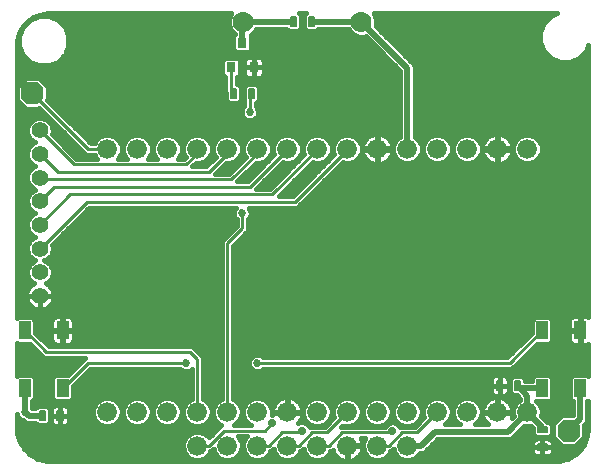
<source format=gtl>
G75*
%MOIN*%
%OFA0B0*%
%FSLAX25Y25*%
%IPPOS*%
%LPD*%
%AMOC8*
5,1,8,0,0,1.08239X$1,22.5*
%
%ADD10C,0.00591*%
%ADD11C,0.06600*%
%ADD12C,0.07000*%
%ADD13R,0.03150X0.03543*%
%ADD14OC8,0.07600*%
%ADD15C,0.05600*%
%ADD16R,0.03937X0.05906*%
%ADD17C,0.01600*%
%ADD18C,0.02700*%
%ADD19C,0.01000*%
%ADD20C,0.02778*%
%ADD21C,0.02000*%
D10*
X0025857Y0026726D02*
X0027629Y0026726D01*
X0027629Y0023774D01*
X0025857Y0023774D01*
X0025857Y0026726D01*
X0025857Y0024364D02*
X0027629Y0024364D01*
X0027629Y0024954D02*
X0025857Y0024954D01*
X0025857Y0025544D02*
X0027629Y0025544D01*
X0027629Y0026134D02*
X0025857Y0026134D01*
X0025857Y0026724D02*
X0027629Y0026724D01*
X0031762Y0026726D02*
X0033534Y0026726D01*
X0033534Y0023774D01*
X0031762Y0023774D01*
X0031762Y0026726D01*
X0031762Y0024364D02*
X0033534Y0024364D01*
X0033534Y0024954D02*
X0031762Y0024954D01*
X0031762Y0025544D02*
X0033534Y0025544D01*
X0033534Y0026134D02*
X0031762Y0026134D01*
X0031762Y0026724D02*
X0033534Y0026724D01*
X0089607Y0131274D02*
X0091379Y0131274D01*
X0089607Y0131274D02*
X0089607Y0134226D01*
X0091379Y0134226D01*
X0091379Y0131274D01*
X0091379Y0131864D02*
X0089607Y0131864D01*
X0089607Y0132454D02*
X0091379Y0132454D01*
X0091379Y0133044D02*
X0089607Y0133044D01*
X0089607Y0133634D02*
X0091379Y0133634D01*
X0091379Y0134224D02*
X0089607Y0134224D01*
X0095512Y0131274D02*
X0097284Y0131274D01*
X0095512Y0131274D02*
X0095512Y0134226D01*
X0097284Y0134226D01*
X0097284Y0131274D01*
X0097284Y0131864D02*
X0095512Y0131864D01*
X0095512Y0132454D02*
X0097284Y0132454D01*
X0097284Y0133044D02*
X0095512Y0133044D01*
X0095512Y0133634D02*
X0097284Y0133634D01*
X0097284Y0134224D02*
X0095512Y0134224D01*
X0109607Y0155024D02*
X0111379Y0155024D01*
X0109607Y0155024D02*
X0109607Y0157976D01*
X0111379Y0157976D01*
X0111379Y0155024D01*
X0111379Y0155614D02*
X0109607Y0155614D01*
X0109607Y0156204D02*
X0111379Y0156204D01*
X0111379Y0156794D02*
X0109607Y0156794D01*
X0109607Y0157384D02*
X0111379Y0157384D01*
X0111379Y0157974D02*
X0109607Y0157974D01*
X0115512Y0155024D02*
X0117284Y0155024D01*
X0115512Y0155024D02*
X0115512Y0157976D01*
X0117284Y0157976D01*
X0117284Y0155024D01*
X0117284Y0155614D02*
X0115512Y0155614D01*
X0115512Y0156204D02*
X0117284Y0156204D01*
X0117284Y0156794D02*
X0115512Y0156794D01*
X0115512Y0157384D02*
X0117284Y0157384D01*
X0117284Y0157974D02*
X0115512Y0157974D01*
X0178357Y0033774D02*
X0180129Y0033774D01*
X0178357Y0033774D02*
X0178357Y0036726D01*
X0180129Y0036726D01*
X0180129Y0033774D01*
X0180129Y0034364D02*
X0178357Y0034364D01*
X0178357Y0034954D02*
X0180129Y0034954D01*
X0180129Y0035544D02*
X0178357Y0035544D01*
X0178357Y0036134D02*
X0180129Y0036134D01*
X0180129Y0036724D02*
X0178357Y0036724D01*
X0184262Y0033774D02*
X0186034Y0033774D01*
X0184262Y0033774D02*
X0184262Y0036726D01*
X0186034Y0036726D01*
X0186034Y0033774D01*
X0186034Y0034364D02*
X0184262Y0034364D01*
X0184262Y0034954D02*
X0186034Y0034954D01*
X0186034Y0035544D02*
X0184262Y0035544D01*
X0184262Y0036134D02*
X0186034Y0036134D01*
X0186034Y0036724D02*
X0184262Y0036724D01*
X0194922Y0021589D02*
X0194922Y0019817D01*
X0191970Y0019817D01*
X0191970Y0021589D01*
X0194922Y0021589D01*
X0194922Y0020407D02*
X0191970Y0020407D01*
X0191970Y0020997D02*
X0194922Y0020997D01*
X0194922Y0021587D02*
X0191970Y0021587D01*
X0194922Y0015683D02*
X0194922Y0013911D01*
X0191970Y0013911D01*
X0191970Y0015683D01*
X0194922Y0015683D01*
X0194922Y0014501D02*
X0191970Y0014501D01*
X0191970Y0015091D02*
X0194922Y0015091D01*
X0194922Y0015681D02*
X0191970Y0015681D01*
D11*
X0188446Y0026352D03*
X0178446Y0026352D03*
X0168446Y0026352D03*
X0158446Y0026352D03*
X0148446Y0026352D03*
X0148446Y0015250D03*
X0138446Y0015250D03*
X0128446Y0015250D03*
X0118446Y0015250D03*
X0118446Y0026352D03*
X0128446Y0026352D03*
X0138446Y0026352D03*
X0108446Y0026352D03*
X0098446Y0026352D03*
X0098446Y0015250D03*
X0108446Y0015250D03*
X0088446Y0015250D03*
X0078446Y0015250D03*
X0078446Y0026352D03*
X0088446Y0026352D03*
X0068446Y0026352D03*
X0058446Y0026352D03*
X0048446Y0026352D03*
X0048446Y0114148D03*
X0058446Y0114148D03*
X0068446Y0114148D03*
X0078446Y0114148D03*
X0088446Y0114148D03*
X0098446Y0114148D03*
X0108446Y0114148D03*
X0118446Y0114148D03*
X0128446Y0114148D03*
X0138446Y0114148D03*
X0148446Y0114148D03*
X0158446Y0114148D03*
X0168446Y0114148D03*
X0178446Y0114148D03*
X0188446Y0114148D03*
D12*
X0133131Y0156500D03*
X0093761Y0156500D03*
D13*
X0093446Y0149581D03*
X0097186Y0141313D03*
X0089706Y0141313D03*
D14*
X0023446Y0132750D03*
X0202196Y0020250D03*
D15*
X0025946Y0065191D03*
X0025946Y0073065D03*
X0025946Y0080939D03*
X0025946Y0088813D03*
X0025946Y0096687D03*
X0025946Y0104561D03*
X0025946Y0112435D03*
X0025946Y0120309D03*
D16*
X0020896Y0053646D03*
X0033495Y0053646D03*
X0033495Y0034354D03*
X0020896Y0034354D03*
X0193396Y0034354D03*
X0205995Y0034354D03*
X0205995Y0053646D03*
X0193396Y0053646D03*
D17*
X0020859Y0013991D02*
X0019289Y0016440D01*
X0018406Y0019212D01*
X0018246Y0020638D01*
X0018246Y0025832D01*
X0018614Y0024942D01*
X0019388Y0024169D01*
X0020233Y0023819D01*
X0020836Y0023215D01*
X0021718Y0022850D01*
X0024383Y0022850D01*
X0025155Y0022078D01*
X0028331Y0022078D01*
X0029324Y0023071D01*
X0029324Y0027429D01*
X0028331Y0028422D01*
X0025155Y0028422D01*
X0024383Y0027650D01*
X0023446Y0027650D01*
X0023346Y0027892D01*
X0023346Y0030002D01*
X0023445Y0030002D01*
X0024265Y0030822D01*
X0024265Y0037887D01*
X0023445Y0038707D01*
X0018348Y0038707D01*
X0018246Y0038605D01*
X0018246Y0049395D01*
X0018348Y0049293D01*
X0022562Y0049293D01*
X0027255Y0044600D01*
X0041054Y0044600D01*
X0039991Y0043537D01*
X0035161Y0038707D01*
X0030946Y0038707D01*
X0030126Y0037887D01*
X0030126Y0030822D01*
X0030946Y0030002D01*
X0036043Y0030002D01*
X0036863Y0030822D01*
X0036863Y0035036D01*
X0042678Y0040850D01*
X0072707Y0040850D01*
X0073138Y0040419D01*
X0074149Y0040000D01*
X0075243Y0040000D01*
X0076253Y0040419D01*
X0076546Y0040711D01*
X0076546Y0030653D01*
X0075783Y0030337D01*
X0074461Y0029015D01*
X0073746Y0027287D01*
X0073746Y0025417D01*
X0074461Y0023690D01*
X0075783Y0022368D01*
X0077511Y0021652D01*
X0079381Y0021652D01*
X0081108Y0022368D01*
X0082430Y0023690D01*
X0083146Y0025417D01*
X0083146Y0027287D01*
X0082430Y0029015D01*
X0081108Y0030337D01*
X0080346Y0030653D01*
X0080346Y0044787D01*
X0077846Y0047287D01*
X0076733Y0048400D01*
X0028829Y0048400D01*
X0024265Y0052964D01*
X0024265Y0057178D01*
X0023445Y0057998D01*
X0018348Y0057998D01*
X0018246Y0057896D01*
X0018246Y0148864D01*
X0018335Y0150231D01*
X0019043Y0152872D01*
X0020410Y0155240D01*
X0022343Y0157173D01*
X0024711Y0158541D01*
X0027352Y0159248D01*
X0028719Y0159338D01*
X0089669Y0159338D01*
X0089607Y0159276D01*
X0088861Y0157475D01*
X0088861Y0155525D01*
X0089607Y0153724D01*
X0090935Y0152396D01*
X0090471Y0151932D01*
X0090471Y0147229D01*
X0091291Y0146409D01*
X0095600Y0146409D01*
X0096420Y0147229D01*
X0096420Y0151932D01*
X0096162Y0152191D01*
X0096536Y0152346D01*
X0097915Y0153724D01*
X0098070Y0154100D01*
X0108133Y0154100D01*
X0108905Y0153328D01*
X0112081Y0153328D01*
X0113074Y0154321D01*
X0113074Y0158679D01*
X0112415Y0159338D01*
X0114477Y0159338D01*
X0113817Y0158679D01*
X0113817Y0154321D01*
X0114810Y0153328D01*
X0117986Y0153328D01*
X0118758Y0154100D01*
X0128821Y0154100D01*
X0128977Y0153724D01*
X0130355Y0152346D01*
X0132156Y0151600D01*
X0134105Y0151600D01*
X0134481Y0151756D01*
X0146046Y0140191D01*
X0146046Y0118241D01*
X0145783Y0118132D01*
X0144461Y0116810D01*
X0143746Y0115083D01*
X0143746Y0113213D01*
X0144461Y0111485D01*
X0145783Y0110163D01*
X0147511Y0109448D01*
X0149381Y0109448D01*
X0151108Y0110163D01*
X0152430Y0111485D01*
X0153146Y0113213D01*
X0153146Y0115083D01*
X0152430Y0116810D01*
X0151108Y0118132D01*
X0150846Y0118241D01*
X0150846Y0141662D01*
X0150480Y0142545D01*
X0137875Y0155150D01*
X0138031Y0155525D01*
X0138031Y0157475D01*
X0137285Y0159276D01*
X0137223Y0159338D01*
X0198426Y0159338D01*
X0196298Y0158456D01*
X0193989Y0156148D01*
X0192740Y0153132D01*
X0192740Y0149868D01*
X0193989Y0146852D01*
X0196298Y0144544D01*
X0199313Y0143294D01*
X0202578Y0143294D01*
X0205594Y0144544D01*
X0207902Y0146852D01*
X0208646Y0148647D01*
X0208646Y0058279D01*
X0208200Y0058398D01*
X0206179Y0058398D01*
X0206179Y0053830D01*
X0205811Y0053830D01*
X0205811Y0058398D01*
X0203789Y0058398D01*
X0203332Y0058276D01*
X0202921Y0058039D01*
X0202586Y0057704D01*
X0202349Y0057293D01*
X0202226Y0056835D01*
X0202226Y0053830D01*
X0205811Y0053830D01*
X0205811Y0053461D01*
X0206179Y0053461D01*
X0206179Y0048893D01*
X0208200Y0048893D01*
X0208646Y0049012D01*
X0208646Y0038605D01*
X0208543Y0038707D01*
X0203446Y0038707D01*
X0202626Y0037887D01*
X0202626Y0030822D01*
X0203446Y0030002D01*
X0203595Y0030002D01*
X0203595Y0025450D01*
X0200042Y0025450D01*
X0196996Y0022404D01*
X0196996Y0018096D01*
X0200042Y0015050D01*
X0204350Y0015050D01*
X0207396Y0018096D01*
X0207396Y0022056D01*
X0208029Y0022690D01*
X0208395Y0023572D01*
X0208395Y0030002D01*
X0208543Y0030002D01*
X0208646Y0030104D01*
X0208646Y0020339D01*
X0208434Y0018672D01*
X0207234Y0015500D01*
X0205112Y0012854D01*
X0202277Y0010993D01*
X0199005Y0010100D01*
X0197389Y0010050D01*
X0197250Y0010050D01*
X0196353Y0010093D01*
X0196306Y0010050D01*
X0030890Y0010050D01*
X0030844Y0010092D01*
X0029945Y0010050D01*
X0029761Y0010050D01*
X0028435Y0010075D01*
X0025593Y0010697D01*
X0023009Y0012032D01*
X0020859Y0013991D01*
X0020761Y0014144D02*
X0073817Y0014144D01*
X0073746Y0014315D02*
X0074461Y0012588D01*
X0075783Y0011266D01*
X0077511Y0010550D01*
X0079381Y0010550D01*
X0081108Y0011266D01*
X0082430Y0012588D01*
X0082746Y0013350D01*
X0082983Y0013350D01*
X0083805Y0014172D01*
X0084461Y0012588D01*
X0085783Y0011266D01*
X0087511Y0010550D01*
X0089381Y0010550D01*
X0091108Y0011266D01*
X0092430Y0012588D01*
X0093146Y0014315D01*
X0093146Y0016185D01*
X0092430Y0017912D01*
X0091992Y0018350D01*
X0094899Y0018350D01*
X0094461Y0017912D01*
X0093746Y0016185D01*
X0093746Y0014315D01*
X0094461Y0012588D01*
X0095783Y0011266D01*
X0097511Y0010550D01*
X0099381Y0010550D01*
X0101108Y0011266D01*
X0102430Y0012588D01*
X0102746Y0013350D01*
X0103010Y0013350D01*
X0103813Y0014153D01*
X0104461Y0012588D01*
X0105783Y0011266D01*
X0107511Y0010550D01*
X0109381Y0010550D01*
X0111108Y0011266D01*
X0112430Y0012588D01*
X0112746Y0013350D01*
X0113010Y0013350D01*
X0113813Y0014153D01*
X0114461Y0012588D01*
X0115783Y0011266D01*
X0117511Y0010550D01*
X0119381Y0010550D01*
X0121108Y0011266D01*
X0122430Y0012588D01*
X0122746Y0013350D01*
X0123010Y0013350D01*
X0123531Y0013871D01*
X0123719Y0013292D01*
X0124084Y0012577D01*
X0124556Y0011928D01*
X0125123Y0011360D01*
X0125773Y0010888D01*
X0126488Y0010524D01*
X0127251Y0010276D01*
X0128044Y0010150D01*
X0128246Y0010150D01*
X0128246Y0015050D01*
X0128646Y0015050D01*
X0128646Y0015450D01*
X0133546Y0015450D01*
X0133546Y0015651D01*
X0133420Y0016444D01*
X0133172Y0017208D01*
X0132896Y0017750D01*
X0134394Y0017750D01*
X0133746Y0016185D01*
X0133746Y0014315D01*
X0134461Y0012588D01*
X0135783Y0011266D01*
X0137511Y0010550D01*
X0139381Y0010550D01*
X0141108Y0011266D01*
X0142430Y0012588D01*
X0142746Y0013350D01*
X0143010Y0013350D01*
X0143813Y0014153D01*
X0144461Y0012588D01*
X0145783Y0011266D01*
X0147511Y0010550D01*
X0149381Y0010550D01*
X0151108Y0011266D01*
X0152430Y0012588D01*
X0152539Y0012850D01*
X0153291Y0012850D01*
X0154173Y0013215D01*
X0158499Y0017541D01*
X0182512Y0017541D01*
X0183394Y0017907D01*
X0184069Y0018582D01*
X0187248Y0021761D01*
X0187511Y0021652D01*
X0189381Y0021652D01*
X0189643Y0021761D01*
X0190274Y0021130D01*
X0190274Y0019115D01*
X0191267Y0018122D01*
X0195624Y0018122D01*
X0196617Y0019115D01*
X0196617Y0022291D01*
X0195624Y0023284D01*
X0194908Y0023284D01*
X0193037Y0025155D01*
X0193146Y0025417D01*
X0193146Y0027287D01*
X0192430Y0029015D01*
X0191443Y0030002D01*
X0195945Y0030002D01*
X0196765Y0030822D01*
X0196765Y0037887D01*
X0195945Y0038707D01*
X0190848Y0038707D01*
X0190028Y0037887D01*
X0190028Y0036754D01*
X0187730Y0036754D01*
X0187730Y0037429D01*
X0186736Y0038422D01*
X0183560Y0038422D01*
X0182567Y0037429D01*
X0182567Y0033071D01*
X0183560Y0032078D01*
X0184926Y0032078D01*
X0186046Y0030959D01*
X0186046Y0030445D01*
X0185783Y0030337D01*
X0184461Y0029015D01*
X0183746Y0027287D01*
X0183746Y0025417D01*
X0183854Y0025155D01*
X0183210Y0024510D01*
X0183420Y0025158D01*
X0183546Y0025951D01*
X0183546Y0026152D01*
X0178646Y0026152D01*
X0178646Y0026552D01*
X0183546Y0026552D01*
X0183546Y0026754D01*
X0183420Y0027547D01*
X0183172Y0028310D01*
X0182808Y0029025D01*
X0182336Y0029675D01*
X0181768Y0030242D01*
X0181119Y0030714D01*
X0180403Y0031079D01*
X0179640Y0031327D01*
X0178847Y0031452D01*
X0178646Y0031452D01*
X0178646Y0026552D01*
X0178246Y0026552D01*
X0178246Y0026152D01*
X0173346Y0026152D01*
X0173346Y0025951D01*
X0173471Y0025158D01*
X0173719Y0024395D01*
X0174084Y0023679D01*
X0174556Y0023030D01*
X0175123Y0022462D01*
X0175290Y0022341D01*
X0171044Y0022341D01*
X0171108Y0022368D01*
X0172430Y0023690D01*
X0173146Y0025417D01*
X0173146Y0027287D01*
X0172430Y0029015D01*
X0171108Y0030337D01*
X0169381Y0031052D01*
X0167511Y0031052D01*
X0165783Y0030337D01*
X0164461Y0029015D01*
X0163746Y0027287D01*
X0163746Y0025417D01*
X0164461Y0023690D01*
X0165783Y0022368D01*
X0165848Y0022341D01*
X0161044Y0022341D01*
X0161108Y0022368D01*
X0162430Y0023690D01*
X0163146Y0025417D01*
X0163146Y0027287D01*
X0162430Y0029015D01*
X0161108Y0030337D01*
X0159381Y0031052D01*
X0157511Y0031052D01*
X0155783Y0030337D01*
X0154461Y0029015D01*
X0153746Y0027287D01*
X0153746Y0025417D01*
X0154061Y0024655D01*
X0150956Y0021550D01*
X0145926Y0021550D01*
X0145810Y0021830D01*
X0145025Y0022614D01*
X0144000Y0023039D01*
X0142891Y0023039D01*
X0141866Y0022614D01*
X0141081Y0021830D01*
X0140965Y0021550D01*
X0126330Y0021550D01*
X0126748Y0021968D01*
X0127511Y0021652D01*
X0129381Y0021652D01*
X0131108Y0022368D01*
X0132430Y0023690D01*
X0133146Y0025417D01*
X0133146Y0027287D01*
X0132430Y0029015D01*
X0131108Y0030337D01*
X0129381Y0031052D01*
X0127511Y0031052D01*
X0125783Y0030337D01*
X0124461Y0029015D01*
X0123746Y0027287D01*
X0123746Y0025417D01*
X0124061Y0024655D01*
X0120956Y0021550D01*
X0115926Y0021550D01*
X0115810Y0021830D01*
X0115025Y0022614D01*
X0114000Y0023039D01*
X0112891Y0023039D01*
X0111959Y0022653D01*
X0112336Y0023030D01*
X0112808Y0023679D01*
X0113172Y0024395D01*
X0113420Y0025158D01*
X0113546Y0025951D01*
X0113546Y0026152D01*
X0108646Y0026152D01*
X0108646Y0026552D01*
X0113546Y0026552D01*
X0113546Y0026754D01*
X0113420Y0027547D01*
X0113172Y0028310D01*
X0112808Y0029025D01*
X0112336Y0029675D01*
X0111768Y0030242D01*
X0111119Y0030714D01*
X0110403Y0031079D01*
X0109640Y0031327D01*
X0108847Y0031452D01*
X0108646Y0031452D01*
X0108646Y0026552D01*
X0108246Y0026552D01*
X0108246Y0026152D01*
X0103346Y0026152D01*
X0103346Y0025951D01*
X0103411Y0025539D01*
X0103146Y0025539D01*
X0103146Y0027287D01*
X0102430Y0029015D01*
X0101108Y0030337D01*
X0099381Y0031052D01*
X0097511Y0031052D01*
X0095783Y0030337D01*
X0094461Y0029015D01*
X0093746Y0027287D01*
X0093746Y0025417D01*
X0094461Y0023690D01*
X0095783Y0022368D01*
X0096309Y0022150D01*
X0090582Y0022150D01*
X0091108Y0022368D01*
X0092430Y0023690D01*
X0093146Y0025417D01*
X0093146Y0027287D01*
X0092430Y0029015D01*
X0091108Y0030337D01*
X0090346Y0030653D01*
X0090346Y0081963D01*
X0094233Y0085850D01*
X0095346Y0086963D01*
X0095346Y0090761D01*
X0095777Y0091192D01*
X0096196Y0092203D01*
X0096196Y0093297D01*
X0095777Y0094308D01*
X0095485Y0094600D01*
X0111733Y0094600D01*
X0112846Y0095713D01*
X0126853Y0109720D01*
X0127511Y0109448D01*
X0129381Y0109448D01*
X0131108Y0110163D01*
X0132430Y0111485D01*
X0133146Y0113213D01*
X0133146Y0115083D01*
X0132430Y0116810D01*
X0131108Y0118132D01*
X0129381Y0118848D01*
X0127511Y0118848D01*
X0125783Y0118132D01*
X0124461Y0116810D01*
X0123746Y0115083D01*
X0123746Y0113213D01*
X0124105Y0112346D01*
X0110159Y0098400D01*
X0105533Y0098400D01*
X0116853Y0109720D01*
X0117511Y0109448D01*
X0119381Y0109448D01*
X0121108Y0110163D01*
X0122430Y0111485D01*
X0123146Y0113213D01*
X0123146Y0115083D01*
X0122430Y0116810D01*
X0121108Y0118132D01*
X0119381Y0118848D01*
X0117511Y0118848D01*
X0115783Y0118132D01*
X0114461Y0116810D01*
X0113746Y0115083D01*
X0113746Y0113213D01*
X0114105Y0112346D01*
X0102659Y0100900D01*
X0098033Y0100900D01*
X0106853Y0109720D01*
X0107511Y0109448D01*
X0109381Y0109448D01*
X0111108Y0110163D01*
X0112430Y0111485D01*
X0113146Y0113213D01*
X0113146Y0115083D01*
X0112430Y0116810D01*
X0111108Y0118132D01*
X0109381Y0118848D01*
X0107511Y0118848D01*
X0105783Y0118132D01*
X0104461Y0116810D01*
X0103746Y0115083D01*
X0103746Y0113213D01*
X0104105Y0112346D01*
X0095159Y0103400D01*
X0091783Y0103400D01*
X0097830Y0109448D01*
X0099381Y0109448D01*
X0101108Y0110163D01*
X0102430Y0111485D01*
X0103146Y0113213D01*
X0103146Y0115083D01*
X0102430Y0116810D01*
X0101108Y0118132D01*
X0099381Y0118848D01*
X0097511Y0118848D01*
X0095783Y0118132D01*
X0094461Y0116810D01*
X0093746Y0115083D01*
X0093746Y0113213D01*
X0094461Y0111485D01*
X0094478Y0111469D01*
X0088909Y0105900D01*
X0084283Y0105900D01*
X0087830Y0109448D01*
X0089381Y0109448D01*
X0091108Y0110163D01*
X0092430Y0111485D01*
X0093146Y0113213D01*
X0093146Y0115083D01*
X0092430Y0116810D01*
X0091108Y0118132D01*
X0089381Y0118848D01*
X0087511Y0118848D01*
X0085783Y0118132D01*
X0084461Y0116810D01*
X0083746Y0115083D01*
X0083746Y0113213D01*
X0084461Y0111485D01*
X0084478Y0111469D01*
X0081409Y0108400D01*
X0076783Y0108400D01*
X0077830Y0109448D01*
X0079381Y0109448D01*
X0081108Y0110163D01*
X0082430Y0111485D01*
X0083146Y0113213D01*
X0083146Y0115083D01*
X0082430Y0116810D01*
X0081108Y0118132D01*
X0079381Y0118848D01*
X0077511Y0118848D01*
X0075783Y0118132D01*
X0074461Y0116810D01*
X0073746Y0115083D01*
X0073746Y0113213D01*
X0074461Y0111485D01*
X0074478Y0111469D01*
X0073909Y0110900D01*
X0071845Y0110900D01*
X0072430Y0111485D01*
X0073146Y0113213D01*
X0073146Y0115083D01*
X0072430Y0116810D01*
X0071108Y0118132D01*
X0069381Y0118848D01*
X0067511Y0118848D01*
X0065783Y0118132D01*
X0064461Y0116810D01*
X0063746Y0115083D01*
X0063746Y0113213D01*
X0064461Y0111485D01*
X0065047Y0110900D01*
X0061845Y0110900D01*
X0062430Y0111485D01*
X0063146Y0113213D01*
X0063146Y0115083D01*
X0062430Y0116810D01*
X0061108Y0118132D01*
X0059381Y0118848D01*
X0057511Y0118848D01*
X0055783Y0118132D01*
X0054461Y0116810D01*
X0053746Y0115083D01*
X0053746Y0113213D01*
X0054461Y0111485D01*
X0055047Y0110900D01*
X0051845Y0110900D01*
X0052430Y0111485D01*
X0053146Y0113213D01*
X0053146Y0115083D01*
X0052430Y0116810D01*
X0051108Y0118132D01*
X0049381Y0118848D01*
X0047511Y0118848D01*
X0045783Y0118132D01*
X0044461Y0116810D01*
X0044145Y0116048D01*
X0042835Y0116048D01*
X0028466Y0130417D01*
X0028646Y0130596D01*
X0028646Y0134904D01*
X0025600Y0137950D01*
X0021292Y0137950D01*
X0018246Y0134904D01*
X0018246Y0130596D01*
X0021292Y0127550D01*
X0025600Y0127550D01*
X0025779Y0127730D01*
X0041261Y0112248D01*
X0044145Y0112248D01*
X0044461Y0111485D01*
X0045047Y0110900D01*
X0038042Y0110900D01*
X0029947Y0118995D01*
X0030146Y0119474D01*
X0030146Y0121144D01*
X0029506Y0122688D01*
X0028325Y0123870D01*
X0026781Y0124509D01*
X0025110Y0124509D01*
X0023567Y0123870D01*
X0022385Y0122688D01*
X0021746Y0121144D01*
X0021746Y0119474D01*
X0022385Y0117930D01*
X0023567Y0116748D01*
X0024475Y0116372D01*
X0023567Y0115996D01*
X0022385Y0114814D01*
X0021746Y0113270D01*
X0021746Y0111600D01*
X0022385Y0110056D01*
X0023567Y0108874D01*
X0024475Y0108498D01*
X0023567Y0108122D01*
X0022385Y0106940D01*
X0021746Y0105396D01*
X0021746Y0103726D01*
X0022385Y0102182D01*
X0023567Y0101000D01*
X0024475Y0100624D01*
X0023567Y0100248D01*
X0022385Y0099066D01*
X0021746Y0097522D01*
X0021746Y0095852D01*
X0022385Y0094308D01*
X0023567Y0093126D01*
X0024475Y0092750D01*
X0023567Y0092374D01*
X0022385Y0091192D01*
X0021746Y0089648D01*
X0021746Y0087978D01*
X0022385Y0086434D01*
X0023567Y0085252D01*
X0024475Y0084876D01*
X0023567Y0084500D01*
X0022385Y0083318D01*
X0021746Y0081774D01*
X0021746Y0080104D01*
X0022385Y0078560D01*
X0023567Y0077378D01*
X0024475Y0077002D01*
X0023567Y0076626D01*
X0022385Y0075444D01*
X0021746Y0073900D01*
X0021746Y0072230D01*
X0022385Y0070686D01*
X0023567Y0069504D01*
X0023959Y0069342D01*
X0023535Y0069125D01*
X0022949Y0068700D01*
X0022437Y0068188D01*
X0022011Y0067602D01*
X0021683Y0066957D01*
X0021459Y0066268D01*
X0021346Y0065553D01*
X0021346Y0065228D01*
X0025909Y0065228D01*
X0025909Y0065154D01*
X0025982Y0065154D01*
X0025982Y0060591D01*
X0026308Y0060591D01*
X0027023Y0060704D01*
X0027711Y0060928D01*
X0028357Y0061257D01*
X0028942Y0061682D01*
X0029454Y0062194D01*
X0029880Y0062780D01*
X0030209Y0063425D01*
X0030432Y0064114D01*
X0030546Y0064829D01*
X0030546Y0065154D01*
X0025982Y0065154D01*
X0025982Y0065228D01*
X0030546Y0065228D01*
X0030546Y0065553D01*
X0030432Y0066268D01*
X0030209Y0066957D01*
X0029880Y0067602D01*
X0029454Y0068188D01*
X0028942Y0068700D01*
X0028357Y0069125D01*
X0027932Y0069342D01*
X0028325Y0069504D01*
X0029506Y0070686D01*
X0030146Y0072230D01*
X0030146Y0073900D01*
X0029506Y0075444D01*
X0028325Y0076626D01*
X0027416Y0077002D01*
X0028325Y0077378D01*
X0029506Y0078560D01*
X0030146Y0080104D01*
X0030146Y0081774D01*
X0029947Y0082254D01*
X0042294Y0094600D01*
X0091407Y0094600D01*
X0091114Y0094308D01*
X0090696Y0093297D01*
X0090696Y0092203D01*
X0091114Y0091192D01*
X0091546Y0090761D01*
X0091546Y0088537D01*
X0086546Y0083537D01*
X0086546Y0030653D01*
X0085783Y0030337D01*
X0084461Y0029015D01*
X0083746Y0027287D01*
X0083746Y0025417D01*
X0084461Y0023690D01*
X0085783Y0022368D01*
X0086380Y0022121D01*
X0085296Y0021037D01*
X0082301Y0018042D01*
X0081108Y0019234D01*
X0079381Y0019950D01*
X0077511Y0019950D01*
X0075783Y0019234D01*
X0074461Y0017912D01*
X0073746Y0016185D01*
X0073746Y0014315D01*
X0073746Y0015743D02*
X0019736Y0015743D01*
X0019002Y0017341D02*
X0074225Y0017341D01*
X0075488Y0018940D02*
X0018493Y0018940D01*
X0018257Y0020538D02*
X0084797Y0020538D01*
X0086342Y0022137D02*
X0080550Y0022137D01*
X0082449Y0023735D02*
X0084443Y0023735D01*
X0083780Y0025334D02*
X0083111Y0025334D01*
X0083146Y0026932D02*
X0083746Y0026932D01*
X0084261Y0028531D02*
X0082631Y0028531D01*
X0081316Y0030129D02*
X0085576Y0030129D01*
X0086546Y0031728D02*
X0080346Y0031728D01*
X0080346Y0033326D02*
X0086546Y0033326D01*
X0086546Y0034925D02*
X0080346Y0034925D01*
X0080346Y0036523D02*
X0086546Y0036523D01*
X0086546Y0038122D02*
X0080346Y0038122D01*
X0080346Y0039720D02*
X0086546Y0039720D01*
X0086546Y0041319D02*
X0080346Y0041319D01*
X0080346Y0042917D02*
X0086546Y0042917D01*
X0086546Y0044516D02*
X0080346Y0044516D01*
X0079018Y0046114D02*
X0086546Y0046114D01*
X0086546Y0047713D02*
X0077420Y0047713D01*
X0076546Y0039720D02*
X0041548Y0039720D01*
X0039949Y0038122D02*
X0076546Y0038122D01*
X0076546Y0036523D02*
X0038351Y0036523D01*
X0036863Y0034925D02*
X0076546Y0034925D01*
X0076546Y0033326D02*
X0036863Y0033326D01*
X0036863Y0031728D02*
X0076546Y0031728D01*
X0075576Y0030129D02*
X0071316Y0030129D01*
X0071108Y0030337D02*
X0069381Y0031052D01*
X0067511Y0031052D01*
X0065783Y0030337D01*
X0064461Y0029015D01*
X0063746Y0027287D01*
X0063746Y0025417D01*
X0064461Y0023690D01*
X0065783Y0022368D01*
X0067511Y0021652D01*
X0069381Y0021652D01*
X0071108Y0022368D01*
X0072430Y0023690D01*
X0073146Y0025417D01*
X0073146Y0027287D01*
X0072430Y0029015D01*
X0071108Y0030337D01*
X0072631Y0028531D02*
X0074261Y0028531D01*
X0073746Y0026932D02*
X0073146Y0026932D01*
X0073111Y0025334D02*
X0073780Y0025334D01*
X0074443Y0023735D02*
X0072449Y0023735D01*
X0070550Y0022137D02*
X0076342Y0022137D01*
X0081403Y0018940D02*
X0083198Y0018940D01*
X0083777Y0014144D02*
X0083817Y0014144D01*
X0084503Y0012546D02*
X0082388Y0012546D01*
X0080339Y0010947D02*
X0086552Y0010947D01*
X0090339Y0010947D02*
X0096552Y0010947D01*
X0094503Y0012546D02*
X0092388Y0012546D01*
X0093075Y0014144D02*
X0093817Y0014144D01*
X0093746Y0015743D02*
X0093146Y0015743D01*
X0092667Y0017341D02*
X0094225Y0017341D01*
X0094443Y0023735D02*
X0092449Y0023735D01*
X0093111Y0025334D02*
X0093780Y0025334D01*
X0093746Y0026932D02*
X0093146Y0026932D01*
X0092631Y0028531D02*
X0094261Y0028531D01*
X0095576Y0030129D02*
X0091316Y0030129D01*
X0090346Y0031728D02*
X0177897Y0031728D01*
X0178081Y0031678D02*
X0179243Y0031678D01*
X0180405Y0031678D01*
X0180937Y0031821D01*
X0181415Y0032097D01*
X0181805Y0032487D01*
X0182081Y0032965D01*
X0182224Y0033498D01*
X0182224Y0035250D01*
X0182224Y0037002D01*
X0182081Y0037535D01*
X0181805Y0038013D01*
X0181415Y0038403D01*
X0180937Y0038679D01*
X0180405Y0038822D01*
X0179243Y0038822D01*
X0179243Y0035250D01*
X0182224Y0035250D01*
X0179243Y0035250D01*
X0179243Y0035250D01*
X0179243Y0035250D01*
X0179243Y0031678D01*
X0179243Y0035250D01*
X0179243Y0035250D01*
X0179243Y0038822D01*
X0178081Y0038822D01*
X0177548Y0038679D01*
X0177071Y0038403D01*
X0176680Y0038013D01*
X0176405Y0037535D01*
X0176262Y0037002D01*
X0176262Y0035250D01*
X0176262Y0033498D01*
X0176405Y0032965D01*
X0176680Y0032487D01*
X0177071Y0032097D01*
X0177548Y0031821D01*
X0178081Y0031678D01*
X0178044Y0031452D02*
X0177251Y0031327D01*
X0176488Y0031079D01*
X0175773Y0030714D01*
X0175123Y0030242D01*
X0174556Y0029675D01*
X0174084Y0029025D01*
X0173719Y0028310D01*
X0173471Y0027547D01*
X0173346Y0026754D01*
X0173346Y0026552D01*
X0178246Y0026552D01*
X0178246Y0031452D01*
X0178044Y0031452D01*
X0179243Y0031728D02*
X0179243Y0031728D01*
X0180589Y0031728D02*
X0185277Y0031728D01*
X0185576Y0030129D02*
X0181881Y0030129D01*
X0183060Y0028531D02*
X0184261Y0028531D01*
X0183746Y0026932D02*
X0183517Y0026932D01*
X0183448Y0025334D02*
X0183780Y0025334D01*
X0186025Y0020538D02*
X0190274Y0020538D01*
X0190449Y0018940D02*
X0184427Y0018940D01*
X0190017Y0016492D02*
X0189874Y0015959D01*
X0189874Y0014797D01*
X0189874Y0013636D01*
X0190017Y0013103D01*
X0190293Y0012625D01*
X0190683Y0012235D01*
X0191161Y0011959D01*
X0191693Y0011816D01*
X0193446Y0011816D01*
X0195198Y0011816D01*
X0195731Y0011959D01*
X0196209Y0012235D01*
X0196599Y0012625D01*
X0196875Y0013103D01*
X0197017Y0013636D01*
X0197017Y0014797D01*
X0193446Y0014797D01*
X0193446Y0014797D01*
X0193446Y0011816D01*
X0193446Y0014797D01*
X0193446Y0014797D01*
X0197017Y0014797D01*
X0197017Y0015959D01*
X0196875Y0016492D01*
X0196599Y0016970D01*
X0196209Y0017360D01*
X0195731Y0017636D01*
X0195198Y0017778D01*
X0193446Y0017778D01*
X0193446Y0014797D01*
X0193446Y0014797D01*
X0189874Y0014797D01*
X0193446Y0014797D01*
X0193446Y0014797D01*
X0193446Y0017778D01*
X0191693Y0017778D01*
X0191161Y0017636D01*
X0190683Y0017360D01*
X0190293Y0016970D01*
X0190017Y0016492D01*
X0189874Y0015743D02*
X0156700Y0015743D01*
X0158298Y0017341D02*
X0190664Y0017341D01*
X0193446Y0017341D02*
X0193446Y0017341D01*
X0193446Y0015743D02*
X0193446Y0015743D01*
X0193446Y0014144D02*
X0193446Y0014144D01*
X0193446Y0012546D02*
X0193446Y0012546D01*
X0196519Y0012546D02*
X0204642Y0012546D01*
X0206147Y0014144D02*
X0197017Y0014144D01*
X0197017Y0015743D02*
X0199349Y0015743D01*
X0197751Y0017341D02*
X0196227Y0017341D01*
X0196442Y0018940D02*
X0196996Y0018940D01*
X0196996Y0020538D02*
X0196617Y0020538D01*
X0196617Y0022137D02*
X0196996Y0022137D01*
X0198327Y0023735D02*
X0194457Y0023735D01*
X0193111Y0025334D02*
X0199925Y0025334D01*
X0203595Y0026932D02*
X0193146Y0026932D01*
X0192631Y0028531D02*
X0203595Y0028531D01*
X0203319Y0030129D02*
X0196072Y0030129D01*
X0196765Y0031728D02*
X0202626Y0031728D01*
X0202626Y0033326D02*
X0196765Y0033326D01*
X0196765Y0034925D02*
X0202626Y0034925D01*
X0202626Y0036523D02*
X0196765Y0036523D01*
X0196530Y0038122D02*
X0202861Y0038122D01*
X0208646Y0039720D02*
X0090346Y0039720D01*
X0090346Y0038122D02*
X0176789Y0038122D01*
X0176262Y0036523D02*
X0090346Y0036523D01*
X0090346Y0034925D02*
X0176262Y0034925D01*
X0176262Y0035250D02*
X0179243Y0035250D01*
X0179243Y0035250D01*
X0176262Y0035250D01*
X0176308Y0033326D02*
X0090346Y0033326D01*
X0090346Y0041319D02*
X0096062Y0041319D01*
X0096114Y0041192D02*
X0096888Y0040419D01*
X0097899Y0040000D01*
X0098993Y0040000D01*
X0100003Y0040419D01*
X0100435Y0040850D01*
X0183288Y0040850D01*
X0191731Y0049293D01*
X0195945Y0049293D01*
X0196765Y0050113D01*
X0196765Y0057178D01*
X0195945Y0057998D01*
X0190848Y0057998D01*
X0190028Y0057178D01*
X0190028Y0052964D01*
X0181714Y0044650D01*
X0100435Y0044650D01*
X0100003Y0045081D01*
X0098993Y0045500D01*
X0097899Y0045500D01*
X0096888Y0045081D01*
X0096114Y0044308D01*
X0095696Y0043297D01*
X0095696Y0042203D01*
X0096114Y0041192D01*
X0095696Y0042917D02*
X0090346Y0042917D01*
X0090346Y0044516D02*
X0096322Y0044516D01*
X0090346Y0046114D02*
X0183178Y0046114D01*
X0184777Y0047713D02*
X0090346Y0047713D01*
X0090346Y0049311D02*
X0186375Y0049311D01*
X0187974Y0050910D02*
X0090346Y0050910D01*
X0090346Y0052508D02*
X0189572Y0052508D01*
X0190028Y0054107D02*
X0090346Y0054107D01*
X0090346Y0055705D02*
X0190028Y0055705D01*
X0190153Y0057304D02*
X0090346Y0057304D01*
X0090346Y0058902D02*
X0208646Y0058902D01*
X0208646Y0060501D02*
X0090346Y0060501D01*
X0090346Y0062099D02*
X0208646Y0062099D01*
X0208646Y0063698D02*
X0090346Y0063698D01*
X0090346Y0065296D02*
X0208646Y0065296D01*
X0208646Y0066895D02*
X0090346Y0066895D01*
X0090346Y0068493D02*
X0208646Y0068493D01*
X0208646Y0070092D02*
X0090346Y0070092D01*
X0090346Y0071690D02*
X0208646Y0071690D01*
X0208646Y0073289D02*
X0090346Y0073289D01*
X0090346Y0074887D02*
X0208646Y0074887D01*
X0208646Y0076486D02*
X0090346Y0076486D01*
X0090346Y0078084D02*
X0208646Y0078084D01*
X0208646Y0079683D02*
X0090346Y0079683D01*
X0090346Y0081282D02*
X0208646Y0081282D01*
X0208646Y0082880D02*
X0091263Y0082880D01*
X0092861Y0084479D02*
X0208646Y0084479D01*
X0208646Y0086077D02*
X0094460Y0086077D01*
X0095346Y0087676D02*
X0208646Y0087676D01*
X0208646Y0089274D02*
X0095346Y0089274D01*
X0095457Y0090873D02*
X0208646Y0090873D01*
X0208646Y0092471D02*
X0096196Y0092471D01*
X0095876Y0094070D02*
X0208646Y0094070D01*
X0208646Y0095668D02*
X0112801Y0095668D01*
X0114399Y0097267D02*
X0208646Y0097267D01*
X0208646Y0098865D02*
X0115998Y0098865D01*
X0117596Y0100464D02*
X0208646Y0100464D01*
X0208646Y0102062D02*
X0119195Y0102062D01*
X0120793Y0103661D02*
X0208646Y0103661D01*
X0208646Y0105259D02*
X0122392Y0105259D01*
X0123990Y0106858D02*
X0208646Y0106858D01*
X0208646Y0108456D02*
X0125589Y0108456D01*
X0123412Y0111653D02*
X0122500Y0111653D01*
X0123146Y0113252D02*
X0123746Y0113252D01*
X0123746Y0114850D02*
X0123146Y0114850D01*
X0122580Y0116449D02*
X0124312Y0116449D01*
X0125699Y0118047D02*
X0121193Y0118047D01*
X0115699Y0118047D02*
X0111193Y0118047D01*
X0112580Y0116449D02*
X0114312Y0116449D01*
X0113746Y0114850D02*
X0113146Y0114850D01*
X0113146Y0113252D02*
X0113746Y0113252D01*
X0113412Y0111653D02*
X0112500Y0111653D01*
X0111813Y0110055D02*
X0110846Y0110055D01*
X0110215Y0108456D02*
X0105589Y0108456D01*
X0103990Y0106858D02*
X0108616Y0106858D01*
X0107018Y0105259D02*
X0102392Y0105259D01*
X0100793Y0103661D02*
X0105419Y0103661D01*
X0103821Y0102062D02*
X0099195Y0102062D01*
X0097018Y0105259D02*
X0093642Y0105259D01*
X0092043Y0103661D02*
X0095419Y0103661D01*
X0095240Y0106858D02*
X0098616Y0106858D01*
X0100215Y0108456D02*
X0096839Y0108456D01*
X0094392Y0111653D02*
X0092500Y0111653D01*
X0093063Y0110055D02*
X0090846Y0110055D01*
X0091465Y0108456D02*
X0086839Y0108456D01*
X0085240Y0106858D02*
X0089866Y0106858D01*
X0084392Y0111653D02*
X0082500Y0111653D01*
X0083063Y0110055D02*
X0080846Y0110055D01*
X0081465Y0108456D02*
X0076839Y0108456D01*
X0074392Y0111653D02*
X0072500Y0111653D01*
X0073146Y0113252D02*
X0073746Y0113252D01*
X0073746Y0114850D02*
X0073146Y0114850D01*
X0072580Y0116449D02*
X0074312Y0116449D01*
X0075699Y0118047D02*
X0071193Y0118047D01*
X0065699Y0118047D02*
X0061193Y0118047D01*
X0062580Y0116449D02*
X0064312Y0116449D01*
X0063746Y0114850D02*
X0063146Y0114850D01*
X0063146Y0113252D02*
X0063746Y0113252D01*
X0064392Y0111653D02*
X0062500Y0111653D01*
X0055699Y0118047D02*
X0051193Y0118047D01*
X0052580Y0116449D02*
X0054312Y0116449D01*
X0053746Y0114850D02*
X0053146Y0114850D01*
X0053146Y0113252D02*
X0053746Y0113252D01*
X0054392Y0111653D02*
X0052500Y0111653D01*
X0045699Y0118047D02*
X0040835Y0118047D01*
X0039237Y0119646D02*
X0146046Y0119646D01*
X0146046Y0121244D02*
X0037638Y0121244D01*
X0036040Y0122843D02*
X0146046Y0122843D01*
X0146046Y0124441D02*
X0097776Y0124441D01*
X0097503Y0124169D02*
X0098277Y0124942D01*
X0098696Y0125953D01*
X0098696Y0127047D01*
X0098277Y0128058D01*
X0097846Y0128489D01*
X0097846Y0129578D01*
X0097986Y0129578D01*
X0098980Y0130571D01*
X0098980Y0134929D01*
X0097986Y0135922D01*
X0094810Y0135922D01*
X0093817Y0134929D01*
X0093817Y0130571D01*
X0094046Y0130343D01*
X0094046Y0128489D01*
X0093614Y0128058D01*
X0093196Y0127047D01*
X0093196Y0125953D01*
X0093614Y0124942D01*
X0094388Y0124169D01*
X0095399Y0123750D01*
X0096493Y0123750D01*
X0097503Y0124169D01*
X0098696Y0126040D02*
X0146046Y0126040D01*
X0146046Y0127638D02*
X0098451Y0127638D01*
X0097846Y0129237D02*
X0146046Y0129237D01*
X0146046Y0130835D02*
X0098980Y0130835D01*
X0098980Y0132434D02*
X0146046Y0132434D01*
X0146046Y0134032D02*
X0098980Y0134032D01*
X0098277Y0135631D02*
X0146046Y0135631D01*
X0146046Y0137229D02*
X0091605Y0137229D01*
X0091605Y0138141D02*
X0091860Y0138141D01*
X0092680Y0138961D01*
X0092680Y0143665D01*
X0091860Y0144485D01*
X0087551Y0144485D01*
X0086731Y0143665D01*
X0086731Y0138961D01*
X0087551Y0138141D01*
X0087806Y0138141D01*
X0087806Y0132750D01*
X0087912Y0132644D01*
X0087912Y0130571D01*
X0088905Y0129578D01*
X0092081Y0129578D01*
X0093074Y0130571D01*
X0093074Y0134929D01*
X0092081Y0135922D01*
X0091605Y0135922D01*
X0091605Y0138141D01*
X0092547Y0138828D02*
X0093944Y0138828D01*
X0093934Y0138847D02*
X0094171Y0138436D01*
X0094506Y0138101D01*
X0094916Y0137864D01*
X0095374Y0137741D01*
X0097186Y0137741D01*
X0098998Y0137741D01*
X0099455Y0137864D01*
X0099866Y0138101D01*
X0100201Y0138436D01*
X0100438Y0138847D01*
X0100561Y0139304D01*
X0100561Y0141313D01*
X0100561Y0143322D01*
X0100438Y0143779D01*
X0100201Y0144190D01*
X0099866Y0144525D01*
X0099455Y0144762D01*
X0098998Y0144885D01*
X0097186Y0144885D01*
X0097186Y0141313D01*
X0100561Y0141313D01*
X0097186Y0141313D01*
X0097186Y0141313D01*
X0097186Y0141313D01*
X0097186Y0137741D01*
X0097186Y0141313D01*
X0097186Y0141313D01*
X0097186Y0144885D01*
X0095374Y0144885D01*
X0094916Y0144762D01*
X0094506Y0144525D01*
X0094171Y0144190D01*
X0093934Y0143779D01*
X0093811Y0143322D01*
X0093811Y0141313D01*
X0097186Y0141313D01*
X0093811Y0141313D01*
X0093811Y0139304D01*
X0093934Y0138847D01*
X0093811Y0140426D02*
X0092680Y0140426D01*
X0092680Y0142025D02*
X0093811Y0142025D01*
X0093892Y0143623D02*
X0092680Y0143623D01*
X0090880Y0146820D02*
X0034657Y0146820D01*
X0034152Y0145602D02*
X0035401Y0148618D01*
X0035401Y0151882D01*
X0034152Y0154898D01*
X0031844Y0157206D01*
X0028828Y0158455D01*
X0025563Y0158455D01*
X0022548Y0157206D01*
X0020239Y0154898D01*
X0018990Y0151882D01*
X0018990Y0148618D01*
X0020239Y0145602D01*
X0022548Y0143294D01*
X0025563Y0142044D01*
X0028828Y0142044D01*
X0031844Y0143294D01*
X0034152Y0145602D01*
X0033772Y0145222D02*
X0141015Y0145222D01*
X0142613Y0143623D02*
X0100480Y0143623D01*
X0100561Y0142025D02*
X0144212Y0142025D01*
X0145810Y0140426D02*
X0100561Y0140426D01*
X0100427Y0138828D02*
X0146046Y0138828D01*
X0150846Y0138828D02*
X0208646Y0138828D01*
X0208646Y0140426D02*
X0150846Y0140426D01*
X0150695Y0142025D02*
X0208646Y0142025D01*
X0208646Y0143623D02*
X0203372Y0143623D01*
X0206272Y0145222D02*
X0208646Y0145222D01*
X0208646Y0146820D02*
X0207870Y0146820D01*
X0208551Y0148419D02*
X0208646Y0148419D01*
X0208646Y0137229D02*
X0150846Y0137229D01*
X0150846Y0135631D02*
X0208646Y0135631D01*
X0208646Y0134032D02*
X0150846Y0134032D01*
X0150846Y0132434D02*
X0208646Y0132434D01*
X0208646Y0130835D02*
X0150846Y0130835D01*
X0150846Y0129237D02*
X0208646Y0129237D01*
X0208646Y0127638D02*
X0150846Y0127638D01*
X0150846Y0126040D02*
X0208646Y0126040D01*
X0208646Y0124441D02*
X0150846Y0124441D01*
X0150846Y0122843D02*
X0208646Y0122843D01*
X0208646Y0121244D02*
X0150846Y0121244D01*
X0150846Y0119646D02*
X0208646Y0119646D01*
X0208646Y0118047D02*
X0191193Y0118047D01*
X0191108Y0118132D02*
X0189381Y0118848D01*
X0187511Y0118848D01*
X0185783Y0118132D01*
X0184461Y0116810D01*
X0183746Y0115083D01*
X0183746Y0113213D01*
X0184461Y0111485D01*
X0185783Y0110163D01*
X0187511Y0109448D01*
X0189381Y0109448D01*
X0191108Y0110163D01*
X0192430Y0111485D01*
X0193146Y0113213D01*
X0193146Y0115083D01*
X0192430Y0116810D01*
X0191108Y0118132D01*
X0192580Y0116449D02*
X0208646Y0116449D01*
X0208646Y0114850D02*
X0193146Y0114850D01*
X0193146Y0113252D02*
X0208646Y0113252D01*
X0208646Y0111653D02*
X0192500Y0111653D01*
X0190846Y0110055D02*
X0208646Y0110055D01*
X0186045Y0110055D02*
X0181489Y0110055D01*
X0181768Y0110258D02*
X0182336Y0110825D01*
X0182808Y0111475D01*
X0183172Y0112190D01*
X0183420Y0112953D01*
X0183546Y0113746D01*
X0183546Y0113948D01*
X0178646Y0113948D01*
X0178646Y0114348D01*
X0178246Y0114348D01*
X0178246Y0119248D01*
X0178044Y0119248D01*
X0177251Y0119122D01*
X0176488Y0118874D01*
X0175773Y0118510D01*
X0175123Y0118038D01*
X0174556Y0117470D01*
X0174084Y0116821D01*
X0173719Y0116105D01*
X0173471Y0115342D01*
X0173346Y0114549D01*
X0173346Y0114348D01*
X0178246Y0114348D01*
X0178246Y0113948D01*
X0173346Y0113948D01*
X0173346Y0113746D01*
X0173471Y0112953D01*
X0173719Y0112190D01*
X0174084Y0111475D01*
X0174556Y0110825D01*
X0175123Y0110258D01*
X0175773Y0109786D01*
X0176488Y0109421D01*
X0177251Y0109173D01*
X0178044Y0109048D01*
X0178246Y0109048D01*
X0178246Y0113948D01*
X0178646Y0113948D01*
X0178646Y0109048D01*
X0178847Y0109048D01*
X0179640Y0109173D01*
X0180403Y0109421D01*
X0181119Y0109786D01*
X0181768Y0110258D01*
X0182899Y0111653D02*
X0184392Y0111653D01*
X0183746Y0113252D02*
X0183467Y0113252D01*
X0183546Y0114348D02*
X0183546Y0114549D01*
X0183420Y0115342D01*
X0183172Y0116105D01*
X0182808Y0116821D01*
X0182336Y0117470D01*
X0181768Y0118038D01*
X0181119Y0118510D01*
X0180403Y0118874D01*
X0179640Y0119122D01*
X0178847Y0119248D01*
X0178646Y0119248D01*
X0178646Y0114348D01*
X0183546Y0114348D01*
X0183498Y0114850D02*
X0183746Y0114850D01*
X0184312Y0116449D02*
X0182997Y0116449D01*
X0181755Y0118047D02*
X0185699Y0118047D01*
X0178646Y0118047D02*
X0178246Y0118047D01*
X0178246Y0116449D02*
X0178646Y0116449D01*
X0178646Y0114850D02*
X0178246Y0114850D01*
X0178246Y0113252D02*
X0178646Y0113252D01*
X0178646Y0111653D02*
X0178246Y0111653D01*
X0178246Y0110055D02*
X0178646Y0110055D01*
X0175402Y0110055D02*
X0170846Y0110055D01*
X0171108Y0110163D02*
X0172430Y0111485D01*
X0173146Y0113213D01*
X0173146Y0115083D01*
X0172430Y0116810D01*
X0171108Y0118132D01*
X0169381Y0118848D01*
X0167511Y0118848D01*
X0165783Y0118132D01*
X0164461Y0116810D01*
X0163746Y0115083D01*
X0163746Y0113213D01*
X0164461Y0111485D01*
X0165783Y0110163D01*
X0167511Y0109448D01*
X0169381Y0109448D01*
X0171108Y0110163D01*
X0172500Y0111653D02*
X0173993Y0111653D01*
X0173424Y0113252D02*
X0173146Y0113252D01*
X0173146Y0114850D02*
X0173393Y0114850D01*
X0173894Y0116449D02*
X0172580Y0116449D01*
X0171193Y0118047D02*
X0175136Y0118047D01*
X0166045Y0110055D02*
X0160846Y0110055D01*
X0161108Y0110163D02*
X0162430Y0111485D01*
X0163146Y0113213D01*
X0163146Y0115083D01*
X0162430Y0116810D01*
X0161108Y0118132D01*
X0159381Y0118848D01*
X0157511Y0118848D01*
X0155783Y0118132D01*
X0154461Y0116810D01*
X0153746Y0115083D01*
X0153746Y0113213D01*
X0154461Y0111485D01*
X0155783Y0110163D01*
X0157511Y0109448D01*
X0159381Y0109448D01*
X0161108Y0110163D01*
X0162500Y0111653D02*
X0164392Y0111653D01*
X0163746Y0113252D02*
X0163146Y0113252D01*
X0163146Y0114850D02*
X0163746Y0114850D01*
X0164312Y0116449D02*
X0162580Y0116449D01*
X0161193Y0118047D02*
X0165699Y0118047D01*
X0155699Y0118047D02*
X0151193Y0118047D01*
X0152580Y0116449D02*
X0154312Y0116449D01*
X0153746Y0114850D02*
X0153146Y0114850D01*
X0153146Y0113252D02*
X0153746Y0113252D01*
X0154392Y0111653D02*
X0152500Y0111653D01*
X0150846Y0110055D02*
X0156045Y0110055D01*
X0146045Y0110055D02*
X0141489Y0110055D01*
X0141768Y0110258D02*
X0142336Y0110825D01*
X0142808Y0111475D01*
X0143172Y0112190D01*
X0143420Y0112953D01*
X0143546Y0113746D01*
X0143546Y0113948D01*
X0138646Y0113948D01*
X0138646Y0114348D01*
X0138246Y0114348D01*
X0138246Y0119248D01*
X0138044Y0119248D01*
X0137251Y0119122D01*
X0136488Y0118874D01*
X0135773Y0118510D01*
X0135123Y0118038D01*
X0134556Y0117470D01*
X0134084Y0116821D01*
X0133719Y0116105D01*
X0133471Y0115342D01*
X0133346Y0114549D01*
X0133346Y0114348D01*
X0138246Y0114348D01*
X0138246Y0113948D01*
X0133346Y0113948D01*
X0133346Y0113746D01*
X0133471Y0112953D01*
X0133719Y0112190D01*
X0134084Y0111475D01*
X0134556Y0110825D01*
X0135123Y0110258D01*
X0135773Y0109786D01*
X0136488Y0109421D01*
X0137251Y0109173D01*
X0138044Y0109048D01*
X0138246Y0109048D01*
X0138246Y0113948D01*
X0138646Y0113948D01*
X0138646Y0109048D01*
X0138847Y0109048D01*
X0139640Y0109173D01*
X0140403Y0109421D01*
X0141119Y0109786D01*
X0141768Y0110258D01*
X0142899Y0111653D02*
X0144392Y0111653D01*
X0143746Y0113252D02*
X0143467Y0113252D01*
X0143546Y0114348D02*
X0143546Y0114549D01*
X0143420Y0115342D01*
X0143172Y0116105D01*
X0142808Y0116821D01*
X0142336Y0117470D01*
X0141768Y0118038D01*
X0141119Y0118510D01*
X0140403Y0118874D01*
X0139640Y0119122D01*
X0138847Y0119248D01*
X0138646Y0119248D01*
X0138646Y0114348D01*
X0143546Y0114348D01*
X0143498Y0114850D02*
X0143746Y0114850D01*
X0144312Y0116449D02*
X0142997Y0116449D01*
X0141755Y0118047D02*
X0145699Y0118047D01*
X0138646Y0118047D02*
X0138246Y0118047D01*
X0138246Y0116449D02*
X0138646Y0116449D01*
X0138646Y0114850D02*
X0138246Y0114850D01*
X0138246Y0113252D02*
X0138646Y0113252D01*
X0138646Y0111653D02*
X0138246Y0111653D01*
X0138246Y0110055D02*
X0138646Y0110055D01*
X0135402Y0110055D02*
X0130846Y0110055D01*
X0132500Y0111653D02*
X0133993Y0111653D01*
X0133424Y0113252D02*
X0133146Y0113252D01*
X0133146Y0114850D02*
X0133393Y0114850D01*
X0133894Y0116449D02*
X0132580Y0116449D01*
X0131193Y0118047D02*
X0135136Y0118047D01*
X0121813Y0110055D02*
X0120846Y0110055D01*
X0120215Y0108456D02*
X0115589Y0108456D01*
X0113990Y0106858D02*
X0118616Y0106858D01*
X0117018Y0105259D02*
X0112392Y0105259D01*
X0110793Y0103661D02*
X0115419Y0103661D01*
X0113821Y0102062D02*
X0109195Y0102062D01*
X0107596Y0100464D02*
X0112222Y0100464D01*
X0110624Y0098865D02*
X0105998Y0098865D01*
X0101813Y0110055D02*
X0100846Y0110055D01*
X0102500Y0111653D02*
X0103412Y0111653D01*
X0103146Y0113252D02*
X0103746Y0113252D01*
X0103746Y0114850D02*
X0103146Y0114850D01*
X0102580Y0116449D02*
X0104312Y0116449D01*
X0105699Y0118047D02*
X0101193Y0118047D01*
X0095699Y0118047D02*
X0091193Y0118047D01*
X0092580Y0116449D02*
X0094312Y0116449D01*
X0093746Y0114850D02*
X0093146Y0114850D01*
X0093146Y0113252D02*
X0093746Y0113252D01*
X0085699Y0118047D02*
X0081193Y0118047D01*
X0082580Y0116449D02*
X0084312Y0116449D01*
X0083746Y0114850D02*
X0083146Y0114850D01*
X0083146Y0113252D02*
X0083746Y0113252D01*
X0094115Y0124441D02*
X0034441Y0124441D01*
X0032843Y0126040D02*
X0093196Y0126040D01*
X0093441Y0127638D02*
X0031244Y0127638D01*
X0029646Y0129237D02*
X0094046Y0129237D01*
X0093817Y0130835D02*
X0093074Y0130835D01*
X0093074Y0132434D02*
X0093817Y0132434D01*
X0093817Y0134032D02*
X0093074Y0134032D01*
X0092372Y0135631D02*
X0094520Y0135631D01*
X0097186Y0138828D02*
X0097186Y0138828D01*
X0097186Y0140426D02*
X0097186Y0140426D01*
X0097186Y0141313D02*
X0097186Y0141313D01*
X0097186Y0142025D02*
X0097186Y0142025D01*
X0097186Y0143623D02*
X0097186Y0143623D01*
X0096012Y0146820D02*
X0139416Y0146820D01*
X0137818Y0148419D02*
X0096420Y0148419D01*
X0096420Y0150018D02*
X0136219Y0150018D01*
X0134621Y0151616D02*
X0134144Y0151616D01*
X0132117Y0151616D02*
X0096420Y0151616D01*
X0097405Y0153215D02*
X0129487Y0153215D01*
X0138212Y0154813D02*
X0193436Y0154813D01*
X0192774Y0153215D02*
X0139810Y0153215D01*
X0141409Y0151616D02*
X0192740Y0151616D01*
X0192740Y0150018D02*
X0143007Y0150018D01*
X0144606Y0148419D02*
X0193340Y0148419D01*
X0194021Y0146820D02*
X0146204Y0146820D01*
X0147803Y0145222D02*
X0195619Y0145222D01*
X0198519Y0143623D02*
X0149401Y0143623D01*
X0138031Y0156412D02*
X0194253Y0156412D01*
X0195851Y0158010D02*
X0137809Y0158010D01*
X0113817Y0158010D02*
X0113074Y0158010D01*
X0113074Y0156412D02*
X0113817Y0156412D01*
X0113817Y0154813D02*
X0113074Y0154813D01*
X0090471Y0151616D02*
X0035401Y0151616D01*
X0035401Y0150018D02*
X0090471Y0150018D01*
X0090471Y0148419D02*
X0035319Y0148419D01*
X0034849Y0153215D02*
X0090116Y0153215D01*
X0089156Y0154813D02*
X0034187Y0154813D01*
X0032638Y0156412D02*
X0088861Y0156412D01*
X0089082Y0158010D02*
X0029903Y0158010D01*
X0024488Y0158010D02*
X0023792Y0158010D01*
X0021753Y0156412D02*
X0021581Y0156412D01*
X0020204Y0154813D02*
X0020163Y0154813D01*
X0019542Y0153215D02*
X0019241Y0153215D01*
X0018990Y0151616D02*
X0018706Y0151616D01*
X0018990Y0150018D02*
X0018321Y0150018D01*
X0018246Y0148419D02*
X0019073Y0148419D01*
X0019735Y0146820D02*
X0018246Y0146820D01*
X0018246Y0145222D02*
X0020619Y0145222D01*
X0022218Y0143623D02*
X0018246Y0143623D01*
X0018246Y0142025D02*
X0086731Y0142025D01*
X0086731Y0143623D02*
X0032173Y0143623D01*
X0026320Y0137229D02*
X0087806Y0137229D01*
X0087806Y0135631D02*
X0027919Y0135631D01*
X0028646Y0134032D02*
X0087806Y0134032D01*
X0087912Y0132434D02*
X0028646Y0132434D01*
X0028646Y0130835D02*
X0087912Y0130835D01*
X0086864Y0138828D02*
X0018246Y0138828D01*
X0018246Y0140426D02*
X0086731Y0140426D01*
X0091016Y0094070D02*
X0041763Y0094070D01*
X0040165Y0092471D02*
X0090696Y0092471D01*
X0091434Y0090873D02*
X0038566Y0090873D01*
X0036968Y0089274D02*
X0091546Y0089274D01*
X0090684Y0087676D02*
X0035369Y0087676D01*
X0033771Y0086077D02*
X0089086Y0086077D01*
X0087487Y0084479D02*
X0032172Y0084479D01*
X0030574Y0082880D02*
X0086546Y0082880D01*
X0086546Y0081282D02*
X0030146Y0081282D01*
X0029971Y0079683D02*
X0086546Y0079683D01*
X0086546Y0078084D02*
X0029031Y0078084D01*
X0028464Y0076486D02*
X0086546Y0076486D01*
X0086546Y0074887D02*
X0029737Y0074887D01*
X0030146Y0073289D02*
X0086546Y0073289D01*
X0086546Y0071690D02*
X0029922Y0071690D01*
X0028912Y0070092D02*
X0086546Y0070092D01*
X0086546Y0068493D02*
X0029149Y0068493D01*
X0030229Y0066895D02*
X0086546Y0066895D01*
X0086546Y0065296D02*
X0030546Y0065296D01*
X0030297Y0063698D02*
X0086546Y0063698D01*
X0086546Y0062099D02*
X0029359Y0062099D01*
X0025982Y0062099D02*
X0025909Y0062099D01*
X0025909Y0060591D02*
X0025909Y0065154D01*
X0021346Y0065154D01*
X0021346Y0064829D01*
X0021459Y0064114D01*
X0021683Y0063425D01*
X0022011Y0062780D01*
X0022437Y0062194D01*
X0022949Y0061682D01*
X0023535Y0061257D01*
X0024180Y0060928D01*
X0024868Y0060704D01*
X0025584Y0060591D01*
X0025909Y0060591D01*
X0024139Y0057304D02*
X0029855Y0057304D01*
X0029849Y0057293D02*
X0029726Y0056835D01*
X0029726Y0053830D01*
X0033311Y0053830D01*
X0033311Y0058398D01*
X0031289Y0058398D01*
X0030832Y0058276D01*
X0030421Y0058039D01*
X0030086Y0057704D01*
X0029849Y0057293D01*
X0029726Y0055705D02*
X0024265Y0055705D01*
X0024265Y0054107D02*
X0029726Y0054107D01*
X0029726Y0053461D02*
X0029726Y0050456D01*
X0029849Y0049998D01*
X0030086Y0049588D01*
X0030421Y0049253D01*
X0030832Y0049016D01*
X0031289Y0048893D01*
X0033311Y0048893D01*
X0033311Y0053461D01*
X0033679Y0053461D01*
X0033679Y0048893D01*
X0035700Y0048893D01*
X0036158Y0049016D01*
X0036569Y0049253D01*
X0036904Y0049588D01*
X0037141Y0049998D01*
X0037263Y0050456D01*
X0037263Y0053461D01*
X0033679Y0053461D01*
X0033679Y0053830D01*
X0033311Y0053830D01*
X0033311Y0053461D01*
X0029726Y0053461D01*
X0029726Y0052508D02*
X0024721Y0052508D01*
X0026319Y0050910D02*
X0029726Y0050910D01*
X0030362Y0049311D02*
X0027918Y0049311D01*
X0025741Y0046114D02*
X0018246Y0046114D01*
X0018246Y0044516D02*
X0040969Y0044516D01*
X0039371Y0042917D02*
X0018246Y0042917D01*
X0018246Y0041319D02*
X0037772Y0041319D01*
X0036174Y0039720D02*
X0018246Y0039720D01*
X0024030Y0038122D02*
X0030361Y0038122D01*
X0030126Y0036523D02*
X0024265Y0036523D01*
X0024265Y0034925D02*
X0030126Y0034925D01*
X0030126Y0033326D02*
X0024265Y0033326D01*
X0024265Y0031728D02*
X0030126Y0031728D01*
X0030819Y0030129D02*
X0023572Y0030129D01*
X0023346Y0028531D02*
X0030697Y0028531D01*
X0030476Y0028403D02*
X0030086Y0028013D01*
X0029810Y0027535D01*
X0029667Y0027002D01*
X0029667Y0025250D01*
X0032648Y0025250D01*
X0029667Y0025250D01*
X0029667Y0023498D01*
X0029810Y0022965D01*
X0030086Y0022487D01*
X0030476Y0022097D01*
X0030954Y0021821D01*
X0031487Y0021678D01*
X0032648Y0021678D01*
X0032648Y0025250D01*
X0032648Y0025250D01*
X0032648Y0028822D01*
X0031487Y0028822D01*
X0030954Y0028679D01*
X0030476Y0028403D01*
X0029667Y0026932D02*
X0029324Y0026932D01*
X0029324Y0025334D02*
X0029667Y0025334D01*
X0029667Y0023735D02*
X0029324Y0023735D01*
X0028389Y0022137D02*
X0030436Y0022137D01*
X0032648Y0022137D02*
X0032648Y0022137D01*
X0032648Y0021678D02*
X0033810Y0021678D01*
X0034343Y0021821D01*
X0034821Y0022097D01*
X0035211Y0022487D01*
X0035487Y0022965D01*
X0035630Y0023498D01*
X0035630Y0025250D01*
X0035630Y0027002D01*
X0035487Y0027535D01*
X0035211Y0028013D01*
X0034821Y0028403D01*
X0034343Y0028679D01*
X0033810Y0028822D01*
X0032648Y0028822D01*
X0032648Y0025250D01*
X0032648Y0025250D01*
X0032648Y0025250D01*
X0032648Y0021678D01*
X0032648Y0023735D02*
X0032648Y0023735D01*
X0032649Y0025250D02*
X0032649Y0025250D01*
X0035630Y0025250D01*
X0032649Y0025250D01*
X0032648Y0025334D02*
X0032648Y0025334D01*
X0032648Y0026932D02*
X0032648Y0026932D01*
X0032648Y0028531D02*
X0032648Y0028531D01*
X0034600Y0028531D02*
X0044261Y0028531D01*
X0044461Y0029015D02*
X0043746Y0027287D01*
X0043746Y0025417D01*
X0044461Y0023690D01*
X0045783Y0022368D01*
X0047511Y0021652D01*
X0049381Y0021652D01*
X0051108Y0022368D01*
X0052430Y0023690D01*
X0053146Y0025417D01*
X0053146Y0027287D01*
X0052430Y0029015D01*
X0051108Y0030337D01*
X0049381Y0031052D01*
X0047511Y0031052D01*
X0045783Y0030337D01*
X0044461Y0029015D01*
X0045576Y0030129D02*
X0036171Y0030129D01*
X0035630Y0026932D02*
X0043746Y0026932D01*
X0043780Y0025334D02*
X0035630Y0025334D01*
X0035630Y0023735D02*
X0044443Y0023735D01*
X0046342Y0022137D02*
X0034860Y0022137D01*
X0025097Y0022137D02*
X0018246Y0022137D01*
X0018246Y0023735D02*
X0020316Y0023735D01*
X0018452Y0025334D02*
X0018246Y0025334D01*
X0022446Y0012546D02*
X0074503Y0012546D01*
X0076552Y0010947D02*
X0025108Y0010947D01*
X0050550Y0022137D02*
X0056342Y0022137D01*
X0055783Y0022368D02*
X0057511Y0021652D01*
X0059381Y0021652D01*
X0061108Y0022368D01*
X0062430Y0023690D01*
X0063146Y0025417D01*
X0063146Y0027287D01*
X0062430Y0029015D01*
X0061108Y0030337D01*
X0059381Y0031052D01*
X0057511Y0031052D01*
X0055783Y0030337D01*
X0054461Y0029015D01*
X0053746Y0027287D01*
X0053746Y0025417D01*
X0054461Y0023690D01*
X0055783Y0022368D01*
X0054443Y0023735D02*
X0052449Y0023735D01*
X0053111Y0025334D02*
X0053780Y0025334D01*
X0053746Y0026932D02*
X0053146Y0026932D01*
X0052631Y0028531D02*
X0054261Y0028531D01*
X0055576Y0030129D02*
X0051316Y0030129D01*
X0061316Y0030129D02*
X0065576Y0030129D01*
X0064261Y0028531D02*
X0062631Y0028531D01*
X0063146Y0026932D02*
X0063746Y0026932D01*
X0063780Y0025334D02*
X0063111Y0025334D01*
X0062449Y0023735D02*
X0064443Y0023735D01*
X0066342Y0022137D02*
X0060550Y0022137D01*
X0036627Y0049311D02*
X0086546Y0049311D01*
X0086546Y0050910D02*
X0037263Y0050910D01*
X0037263Y0052508D02*
X0086546Y0052508D01*
X0086546Y0054107D02*
X0037263Y0054107D01*
X0037263Y0053830D02*
X0037263Y0056835D01*
X0037141Y0057293D01*
X0036904Y0057704D01*
X0036569Y0058039D01*
X0036158Y0058276D01*
X0035700Y0058398D01*
X0033679Y0058398D01*
X0033679Y0053830D01*
X0037263Y0053830D01*
X0037263Y0055705D02*
X0086546Y0055705D01*
X0086546Y0057304D02*
X0037135Y0057304D01*
X0033679Y0057304D02*
X0033311Y0057304D01*
X0033311Y0055705D02*
X0033679Y0055705D01*
X0033679Y0054107D02*
X0033311Y0054107D01*
X0033311Y0052508D02*
X0033679Y0052508D01*
X0033679Y0050910D02*
X0033311Y0050910D01*
X0033311Y0049311D02*
X0033679Y0049311D01*
X0024142Y0047713D02*
X0018246Y0047713D01*
X0018246Y0049311D02*
X0018330Y0049311D01*
X0018246Y0058902D02*
X0086546Y0058902D01*
X0086546Y0060501D02*
X0018246Y0060501D01*
X0018246Y0062099D02*
X0022532Y0062099D01*
X0021594Y0063698D02*
X0018246Y0063698D01*
X0018246Y0065296D02*
X0021346Y0065296D01*
X0021663Y0066895D02*
X0018246Y0066895D01*
X0018246Y0068493D02*
X0022743Y0068493D01*
X0022979Y0070092D02*
X0018246Y0070092D01*
X0018246Y0071690D02*
X0021969Y0071690D01*
X0021746Y0073289D02*
X0018246Y0073289D01*
X0018246Y0074887D02*
X0022155Y0074887D01*
X0023427Y0076486D02*
X0018246Y0076486D01*
X0018246Y0078084D02*
X0022860Y0078084D01*
X0021920Y0079683D02*
X0018246Y0079683D01*
X0018246Y0081282D02*
X0021746Y0081282D01*
X0022204Y0082880D02*
X0018246Y0082880D01*
X0018246Y0084479D02*
X0023546Y0084479D01*
X0022742Y0086077D02*
X0018246Y0086077D01*
X0018246Y0087676D02*
X0021871Y0087676D01*
X0021746Y0089274D02*
X0018246Y0089274D01*
X0018246Y0090873D02*
X0022253Y0090873D01*
X0023802Y0092471D02*
X0018246Y0092471D01*
X0018246Y0094070D02*
X0022623Y0094070D01*
X0021822Y0095668D02*
X0018246Y0095668D01*
X0018246Y0097267D02*
X0021746Y0097267D01*
X0022302Y0098865D02*
X0018246Y0098865D01*
X0018246Y0100464D02*
X0024088Y0100464D01*
X0022505Y0102062D02*
X0018246Y0102062D01*
X0018246Y0103661D02*
X0021773Y0103661D01*
X0021746Y0105259D02*
X0018246Y0105259D01*
X0018246Y0106858D02*
X0022351Y0106858D01*
X0024374Y0108456D02*
X0018246Y0108456D01*
X0018246Y0110055D02*
X0022386Y0110055D01*
X0021746Y0111653D02*
X0018246Y0111653D01*
X0018246Y0113252D02*
X0021746Y0113252D01*
X0022421Y0114850D02*
X0018246Y0114850D01*
X0018246Y0116449D02*
X0024290Y0116449D01*
X0022336Y0118047D02*
X0018246Y0118047D01*
X0018246Y0119646D02*
X0021746Y0119646D01*
X0021787Y0121244D02*
X0018246Y0121244D01*
X0018246Y0122843D02*
X0022540Y0122843D01*
X0024947Y0124441D02*
X0018246Y0124441D01*
X0018246Y0126040D02*
X0027469Y0126040D01*
X0026945Y0124441D02*
X0029067Y0124441D01*
X0029352Y0122843D02*
X0030666Y0122843D01*
X0030104Y0121244D02*
X0032264Y0121244D01*
X0033863Y0119646D02*
X0030146Y0119646D01*
X0030894Y0118047D02*
X0035461Y0118047D01*
X0037060Y0116449D02*
X0032493Y0116449D01*
X0034091Y0114850D02*
X0038658Y0114850D01*
X0040257Y0113252D02*
X0035690Y0113252D01*
X0037288Y0111653D02*
X0044392Y0111653D01*
X0044312Y0116449D02*
X0042434Y0116449D01*
X0025870Y0127638D02*
X0025688Y0127638D01*
X0021203Y0127638D02*
X0018246Y0127638D01*
X0018246Y0129237D02*
X0019605Y0129237D01*
X0018246Y0130835D02*
X0018246Y0130835D01*
X0018246Y0132434D02*
X0018246Y0132434D01*
X0018246Y0134032D02*
X0018246Y0134032D01*
X0018246Y0135631D02*
X0018973Y0135631D01*
X0018246Y0137229D02*
X0020571Y0137229D01*
X0025909Y0063698D02*
X0025982Y0063698D01*
X0101316Y0030129D02*
X0105010Y0030129D01*
X0105123Y0030242D02*
X0104556Y0029675D01*
X0104084Y0029025D01*
X0103719Y0028310D01*
X0103471Y0027547D01*
X0103346Y0026754D01*
X0103346Y0026552D01*
X0108246Y0026552D01*
X0108246Y0031452D01*
X0108044Y0031452D01*
X0107251Y0031327D01*
X0106488Y0031079D01*
X0105773Y0030714D01*
X0105123Y0030242D01*
X0103832Y0028531D02*
X0102631Y0028531D01*
X0103146Y0026932D02*
X0103374Y0026932D01*
X0108246Y0026932D02*
X0108646Y0026932D01*
X0108646Y0028531D02*
X0108246Y0028531D01*
X0108246Y0030129D02*
X0108646Y0030129D01*
X0111881Y0030129D02*
X0115576Y0030129D01*
X0115783Y0030337D02*
X0114461Y0029015D01*
X0113746Y0027287D01*
X0113746Y0025417D01*
X0114461Y0023690D01*
X0115783Y0022368D01*
X0117511Y0021652D01*
X0119381Y0021652D01*
X0121108Y0022368D01*
X0122430Y0023690D01*
X0123146Y0025417D01*
X0123146Y0027287D01*
X0122430Y0029015D01*
X0121108Y0030337D01*
X0119381Y0031052D01*
X0117511Y0031052D01*
X0115783Y0030337D01*
X0114261Y0028531D02*
X0113060Y0028531D01*
X0113517Y0026932D02*
X0113746Y0026932D01*
X0113780Y0025334D02*
X0113448Y0025334D01*
X0112836Y0023735D02*
X0114443Y0023735D01*
X0115503Y0022137D02*
X0116342Y0022137D01*
X0120550Y0022137D02*
X0121543Y0022137D01*
X0122449Y0023735D02*
X0123141Y0023735D01*
X0123111Y0025334D02*
X0123780Y0025334D01*
X0123746Y0026932D02*
X0123146Y0026932D01*
X0122631Y0028531D02*
X0124261Y0028531D01*
X0125576Y0030129D02*
X0121316Y0030129D01*
X0131316Y0030129D02*
X0135576Y0030129D01*
X0135783Y0030337D02*
X0134461Y0029015D01*
X0133746Y0027287D01*
X0133746Y0025417D01*
X0134461Y0023690D01*
X0135783Y0022368D01*
X0137511Y0021652D01*
X0139381Y0021652D01*
X0141108Y0022368D01*
X0142430Y0023690D01*
X0143146Y0025417D01*
X0143146Y0027287D01*
X0142430Y0029015D01*
X0141108Y0030337D01*
X0139381Y0031052D01*
X0137511Y0031052D01*
X0135783Y0030337D01*
X0134261Y0028531D02*
X0132631Y0028531D01*
X0133146Y0026932D02*
X0133746Y0026932D01*
X0133780Y0025334D02*
X0133111Y0025334D01*
X0132449Y0023735D02*
X0134443Y0023735D01*
X0136342Y0022137D02*
X0130550Y0022137D01*
X0133104Y0017341D02*
X0134225Y0017341D01*
X0133746Y0015743D02*
X0133531Y0015743D01*
X0133546Y0015050D02*
X0128646Y0015050D01*
X0128646Y0010150D01*
X0128847Y0010150D01*
X0129640Y0010276D01*
X0130403Y0010524D01*
X0131119Y0010888D01*
X0131768Y0011360D01*
X0132336Y0011928D01*
X0132808Y0012577D01*
X0133172Y0013292D01*
X0133420Y0014056D01*
X0133546Y0014849D01*
X0133546Y0015050D01*
X0133434Y0014144D02*
X0133817Y0014144D01*
X0134503Y0012546D02*
X0132785Y0012546D01*
X0131200Y0010947D02*
X0136552Y0010947D01*
X0140339Y0010947D02*
X0146552Y0010947D01*
X0144503Y0012546D02*
X0142388Y0012546D01*
X0143804Y0014144D02*
X0143817Y0014144D01*
X0150339Y0010947D02*
X0202107Y0010947D01*
X0205042Y0015743D02*
X0207326Y0015743D01*
X0207931Y0017341D02*
X0206641Y0017341D01*
X0207396Y0018940D02*
X0208468Y0018940D01*
X0208646Y0020538D02*
X0207396Y0020538D01*
X0207476Y0022137D02*
X0208646Y0022137D01*
X0208646Y0023735D02*
X0208395Y0023735D01*
X0208395Y0025334D02*
X0208646Y0025334D01*
X0208646Y0026932D02*
X0208395Y0026932D01*
X0208395Y0028531D02*
X0208646Y0028531D01*
X0208646Y0041319D02*
X0183757Y0041319D01*
X0185355Y0042917D02*
X0208646Y0042917D01*
X0208646Y0044516D02*
X0186954Y0044516D01*
X0188552Y0046114D02*
X0208646Y0046114D01*
X0208646Y0047713D02*
X0190151Y0047713D01*
X0195963Y0049311D02*
X0202862Y0049311D01*
X0202921Y0049253D02*
X0203332Y0049016D01*
X0203789Y0048893D01*
X0205811Y0048893D01*
X0205811Y0053461D01*
X0202226Y0053461D01*
X0202226Y0050456D01*
X0202349Y0049998D01*
X0202586Y0049588D01*
X0202921Y0049253D01*
X0202226Y0050910D02*
X0196765Y0050910D01*
X0196765Y0052508D02*
X0202226Y0052508D01*
X0202226Y0054107D02*
X0196765Y0054107D01*
X0196765Y0055705D02*
X0202226Y0055705D01*
X0202355Y0057304D02*
X0196639Y0057304D01*
X0205811Y0057304D02*
X0206179Y0057304D01*
X0206179Y0055705D02*
X0205811Y0055705D01*
X0205811Y0054107D02*
X0206179Y0054107D01*
X0206179Y0052508D02*
X0205811Y0052508D01*
X0205811Y0050910D02*
X0206179Y0050910D01*
X0206179Y0049311D02*
X0205811Y0049311D01*
X0190263Y0038122D02*
X0187036Y0038122D01*
X0183260Y0038122D02*
X0181697Y0038122D01*
X0182224Y0036523D02*
X0182567Y0036523D01*
X0182567Y0034925D02*
X0182224Y0034925D01*
X0182178Y0033326D02*
X0182567Y0033326D01*
X0179243Y0033326D02*
X0179243Y0033326D01*
X0179243Y0034925D02*
X0179243Y0034925D01*
X0179243Y0036523D02*
X0179243Y0036523D01*
X0179243Y0038122D02*
X0179243Y0038122D01*
X0178646Y0030129D02*
X0178246Y0030129D01*
X0178246Y0028531D02*
X0178646Y0028531D01*
X0178646Y0026932D02*
X0178246Y0026932D01*
X0175010Y0030129D02*
X0171316Y0030129D01*
X0172631Y0028531D02*
X0173832Y0028531D01*
X0173374Y0026932D02*
X0173146Y0026932D01*
X0173111Y0025334D02*
X0173443Y0025334D01*
X0174055Y0023735D02*
X0172449Y0023735D01*
X0164443Y0023735D02*
X0162449Y0023735D01*
X0163111Y0025334D02*
X0163780Y0025334D01*
X0163746Y0026932D02*
X0163146Y0026932D01*
X0162631Y0028531D02*
X0164261Y0028531D01*
X0165576Y0030129D02*
X0161316Y0030129D01*
X0155576Y0030129D02*
X0151316Y0030129D01*
X0151108Y0030337D02*
X0149381Y0031052D01*
X0147511Y0031052D01*
X0145783Y0030337D01*
X0144461Y0029015D01*
X0143746Y0027287D01*
X0143746Y0025417D01*
X0144461Y0023690D01*
X0145783Y0022368D01*
X0147511Y0021652D01*
X0149381Y0021652D01*
X0151108Y0022368D01*
X0152430Y0023690D01*
X0153146Y0025417D01*
X0153146Y0027287D01*
X0152430Y0029015D01*
X0151108Y0030337D01*
X0152631Y0028531D02*
X0154261Y0028531D01*
X0153746Y0026932D02*
X0153146Y0026932D01*
X0153111Y0025334D02*
X0153780Y0025334D01*
X0153141Y0023735D02*
X0152449Y0023735D01*
X0151543Y0022137D02*
X0150550Y0022137D01*
X0146342Y0022137D02*
X0145503Y0022137D01*
X0144443Y0023735D02*
X0142449Y0023735D01*
X0143111Y0025334D02*
X0143780Y0025334D01*
X0143746Y0026932D02*
X0143146Y0026932D01*
X0142631Y0028531D02*
X0144261Y0028531D01*
X0145576Y0030129D02*
X0141316Y0030129D01*
X0141388Y0022137D02*
X0140550Y0022137D01*
X0128646Y0014144D02*
X0128246Y0014144D01*
X0128246Y0012546D02*
X0128646Y0012546D01*
X0128646Y0010947D02*
X0128246Y0010947D01*
X0125692Y0010947D02*
X0120339Y0010947D01*
X0122388Y0012546D02*
X0124107Y0012546D01*
X0116552Y0010947D02*
X0110339Y0010947D01*
X0112388Y0012546D02*
X0114503Y0012546D01*
X0113817Y0014144D02*
X0113804Y0014144D01*
X0106552Y0010947D02*
X0100339Y0010947D01*
X0102388Y0012546D02*
X0104503Y0012546D01*
X0103817Y0014144D02*
X0103804Y0014144D01*
X0152388Y0012546D02*
X0190372Y0012546D01*
X0189874Y0014144D02*
X0155101Y0014144D01*
D18*
X0165946Y0014000D03*
X0178446Y0014000D03*
X0165946Y0039000D03*
X0165946Y0051500D03*
X0165946Y0064000D03*
X0165946Y0076500D03*
X0165946Y0089000D03*
X0165946Y0101500D03*
X0153446Y0101500D03*
X0153446Y0089000D03*
X0153446Y0076500D03*
X0153446Y0064000D03*
X0153446Y0051500D03*
X0153446Y0039000D03*
X0140946Y0039000D03*
X0140946Y0051500D03*
X0140946Y0064000D03*
X0140946Y0076500D03*
X0140946Y0089000D03*
X0140946Y0101500D03*
X0128446Y0101500D03*
X0128446Y0089000D03*
X0128446Y0076500D03*
X0128446Y0064000D03*
X0128446Y0051500D03*
X0128446Y0039000D03*
X0115946Y0039000D03*
X0115946Y0051500D03*
X0103446Y0051500D03*
X0098446Y0042750D03*
X0103446Y0039000D03*
X0103446Y0064000D03*
X0103446Y0076500D03*
X0115946Y0076500D03*
X0115946Y0089000D03*
X0103446Y0089000D03*
X0093446Y0092750D03*
X0078446Y0089000D03*
X0078446Y0076500D03*
X0078446Y0064000D03*
X0078446Y0051500D03*
X0074696Y0042750D03*
X0065946Y0039000D03*
X0065946Y0051500D03*
X0065946Y0064000D03*
X0065946Y0076500D03*
X0065946Y0089000D03*
X0053446Y0089000D03*
X0053446Y0076500D03*
X0053446Y0064000D03*
X0053446Y0051500D03*
X0053446Y0039000D03*
X0040946Y0051500D03*
X0040946Y0064000D03*
X0040946Y0076500D03*
X0040946Y0089000D03*
X0040946Y0126500D03*
X0053446Y0126500D03*
X0065946Y0126500D03*
X0078446Y0126500D03*
X0078446Y0139000D03*
X0078446Y0151500D03*
X0065946Y0151500D03*
X0065946Y0139000D03*
X0053446Y0139000D03*
X0053446Y0151500D03*
X0040946Y0151500D03*
X0040946Y0139000D03*
X0028446Y0139000D03*
X0095946Y0126500D03*
X0103446Y0126500D03*
X0115946Y0126500D03*
X0128446Y0126500D03*
X0140946Y0126500D03*
X0140946Y0139000D03*
X0128446Y0139000D03*
X0128446Y0151500D03*
X0115946Y0151500D03*
X0115946Y0139000D03*
X0103446Y0139000D03*
X0103446Y0151500D03*
X0153446Y0151500D03*
X0165946Y0151500D03*
X0165946Y0139000D03*
X0178446Y0139000D03*
X0190946Y0139000D03*
X0190946Y0151500D03*
X0178446Y0151500D03*
X0178446Y0126500D03*
X0190946Y0126500D03*
X0203446Y0126500D03*
X0203446Y0114000D03*
X0203446Y0101500D03*
X0203446Y0089000D03*
X0203446Y0076500D03*
X0203446Y0064000D03*
X0190946Y0064000D03*
X0190946Y0076500D03*
X0190946Y0089000D03*
X0190946Y0101500D03*
X0178446Y0101500D03*
X0178446Y0089000D03*
X0178446Y0076500D03*
X0178446Y0064000D03*
X0178446Y0051500D03*
X0165946Y0126500D03*
X0203446Y0139000D03*
X0065946Y0014000D03*
X0053446Y0014000D03*
X0040946Y0014000D03*
X0040946Y0026500D03*
X0028446Y0014000D03*
X0020946Y0026500D03*
D19*
X0033495Y0034354D02*
X0041891Y0042750D01*
X0074696Y0042750D01*
X0078446Y0044000D02*
X0075946Y0046500D01*
X0028042Y0046500D01*
X0020896Y0053646D01*
X0033495Y0035299D02*
X0033495Y0034354D01*
X0025946Y0080939D02*
X0041507Y0096500D01*
X0110946Y0096500D01*
X0128593Y0114148D01*
X0128446Y0114148D01*
X0118593Y0114148D02*
X0103446Y0099000D01*
X0036133Y0099000D01*
X0025946Y0088813D01*
X0025946Y0096687D02*
X0030759Y0101500D01*
X0095946Y0101500D01*
X0108593Y0114148D01*
X0108446Y0114148D01*
X0099843Y0114148D02*
X0089696Y0104000D01*
X0026507Y0104000D01*
X0025946Y0104561D01*
X0031881Y0106500D02*
X0082196Y0106500D01*
X0089843Y0114148D01*
X0088446Y0114148D01*
X0079843Y0114148D02*
X0074696Y0109000D01*
X0037255Y0109000D01*
X0025946Y0120309D01*
X0025946Y0112435D02*
X0031881Y0106500D01*
X0042048Y0114148D02*
X0023446Y0132750D01*
X0042048Y0114148D02*
X0048446Y0114148D01*
X0078446Y0114148D02*
X0079843Y0114148D01*
X0095946Y0126500D02*
X0095946Y0132297D01*
X0096398Y0132750D01*
X0090493Y0132750D02*
X0089706Y0133537D01*
X0089706Y0141313D01*
X0098446Y0114148D02*
X0099843Y0114148D01*
X0093446Y0092750D02*
X0093446Y0087750D01*
X0088446Y0082750D01*
X0088446Y0026352D01*
X0087196Y0020250D02*
X0100946Y0020250D01*
X0103446Y0022750D01*
X0106623Y0019650D02*
X0112846Y0019650D01*
X0113446Y0020250D01*
X0116623Y0019650D02*
X0112223Y0015250D01*
X0108446Y0015250D01*
X0106623Y0019650D02*
X0102223Y0015250D01*
X0098446Y0015250D01*
X0087196Y0020250D02*
X0082196Y0015250D01*
X0078446Y0015250D01*
X0078446Y0026352D02*
X0078446Y0044000D01*
X0098446Y0042750D02*
X0182501Y0042750D01*
X0193396Y0053646D01*
X0193544Y0034354D02*
X0193396Y0034354D01*
X0158446Y0026352D02*
X0151743Y0019650D01*
X0146623Y0019650D01*
X0142223Y0015250D01*
X0138446Y0015250D01*
X0142846Y0019650D02*
X0126623Y0019650D01*
X0122223Y0015250D01*
X0118446Y0015250D01*
X0116623Y0019650D02*
X0121743Y0019650D01*
X0128446Y0026352D01*
X0142846Y0019650D02*
X0143446Y0020250D01*
X0118593Y0114148D02*
X0118446Y0114148D01*
D20*
X0103446Y0022750D03*
X0113446Y0020250D03*
X0143446Y0020250D03*
D21*
X0148446Y0015250D02*
X0152813Y0015250D01*
X0157504Y0019941D01*
X0182035Y0019941D01*
X0188446Y0026352D01*
X0188446Y0031953D01*
X0186044Y0034354D01*
X0185148Y0035250D01*
X0186044Y0034354D02*
X0193396Y0034354D01*
X0188446Y0026352D02*
X0193446Y0021352D01*
X0193446Y0020703D01*
X0202196Y0020250D02*
X0205995Y0024049D01*
X0205995Y0034354D01*
X0148446Y0114148D02*
X0148446Y0141185D01*
X0133131Y0156500D01*
X0116398Y0156500D01*
X0110493Y0156500D02*
X0093761Y0156500D01*
X0093446Y0156185D01*
X0093446Y0149581D01*
X0020896Y0034354D02*
X0020946Y0033055D01*
X0020946Y0026500D01*
X0022196Y0025250D01*
X0026743Y0025250D01*
M02*

</source>
